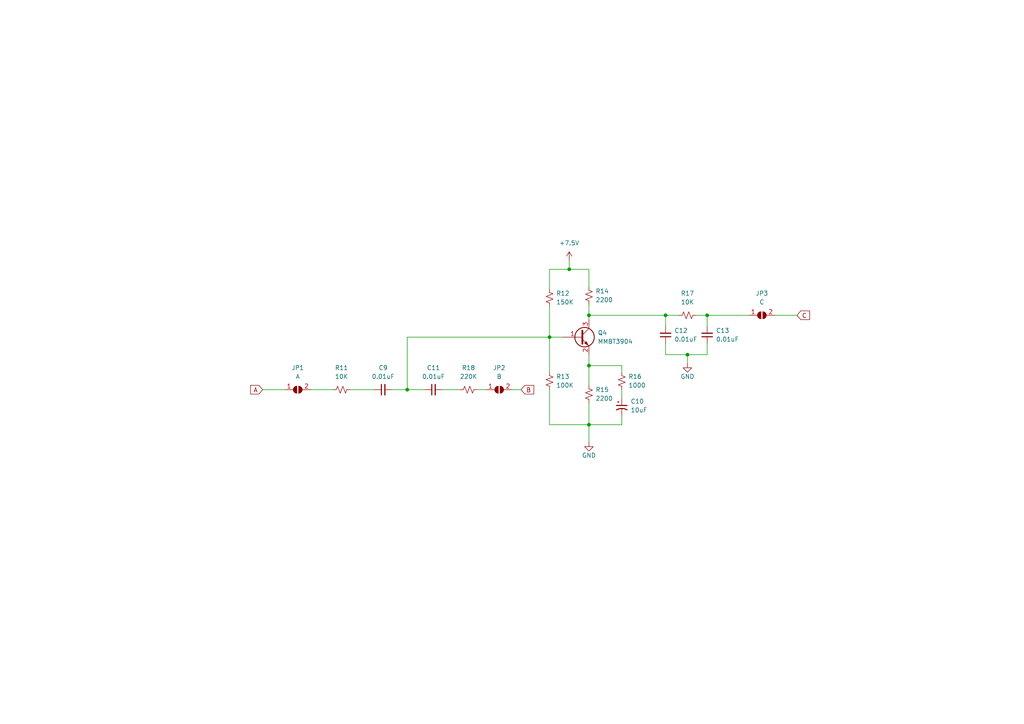
<source format=kicad_sch>
(kicad_sch (version 20211123) (generator eeschema)

  (uuid 8ceb2c64-a3ff-4f0a-bbf6-1c513d79d328)

  (paper "A4")

  (lib_symbols
    (symbol "Device:C_Polarized_Small_US" (pin_numbers hide) (pin_names (offset 0.254) hide) (in_bom yes) (on_board yes)
      (property "Reference" "C" (id 0) (at 0.254 1.778 0)
        (effects (font (size 1.27 1.27)) (justify left))
      )
      (property "Value" "C_Polarized_Small_US" (id 1) (at 0.254 -2.032 0)
        (effects (font (size 1.27 1.27)) (justify left))
      )
      (property "Footprint" "" (id 2) (at 0 0 0)
        (effects (font (size 1.27 1.27)) hide)
      )
      (property "Datasheet" "~" (id 3) (at 0 0 0)
        (effects (font (size 1.27 1.27)) hide)
      )
      (property "ki_keywords" "cap capacitor" (id 4) (at 0 0 0)
        (effects (font (size 1.27 1.27)) hide)
      )
      (property "ki_description" "Polarized capacitor, small US symbol" (id 5) (at 0 0 0)
        (effects (font (size 1.27 1.27)) hide)
      )
      (property "ki_fp_filters" "CP_*" (id 6) (at 0 0 0)
        (effects (font (size 1.27 1.27)) hide)
      )
      (symbol "C_Polarized_Small_US_0_1"
        (polyline
          (pts
            (xy -1.524 0.508)
            (xy 1.524 0.508)
          )
          (stroke (width 0.3048) (type default) (color 0 0 0 0))
          (fill (type none))
        )
        (polyline
          (pts
            (xy -1.27 1.524)
            (xy -0.762 1.524)
          )
          (stroke (width 0) (type default) (color 0 0 0 0))
          (fill (type none))
        )
        (polyline
          (pts
            (xy -1.016 1.27)
            (xy -1.016 1.778)
          )
          (stroke (width 0) (type default) (color 0 0 0 0))
          (fill (type none))
        )
        (arc (start 1.524 -0.762) (mid 0 -0.3734) (end -1.524 -0.762)
          (stroke (width 0.3048) (type default) (color 0 0 0 0))
          (fill (type none))
        )
      )
      (symbol "C_Polarized_Small_US_1_1"
        (pin passive line (at 0 2.54 270) (length 2.032)
          (name "~" (effects (font (size 1.27 1.27))))
          (number "1" (effects (font (size 1.27 1.27))))
        )
        (pin passive line (at 0 -2.54 90) (length 2.032)
          (name "~" (effects (font (size 1.27 1.27))))
          (number "2" (effects (font (size 1.27 1.27))))
        )
      )
    )
    (symbol "Device:C_Small" (pin_numbers hide) (pin_names (offset 0.254) hide) (in_bom yes) (on_board yes)
      (property "Reference" "C" (id 0) (at 0.254 1.778 0)
        (effects (font (size 1.27 1.27)) (justify left))
      )
      (property "Value" "C_Small" (id 1) (at 0.254 -2.032 0)
        (effects (font (size 1.27 1.27)) (justify left))
      )
      (property "Footprint" "" (id 2) (at 0 0 0)
        (effects (font (size 1.27 1.27)) hide)
      )
      (property "Datasheet" "~" (id 3) (at 0 0 0)
        (effects (font (size 1.27 1.27)) hide)
      )
      (property "ki_keywords" "capacitor cap" (id 4) (at 0 0 0)
        (effects (font (size 1.27 1.27)) hide)
      )
      (property "ki_description" "Unpolarized capacitor, small symbol" (id 5) (at 0 0 0)
        (effects (font (size 1.27 1.27)) hide)
      )
      (property "ki_fp_filters" "C_*" (id 6) (at 0 0 0)
        (effects (font (size 1.27 1.27)) hide)
      )
      (symbol "C_Small_0_1"
        (polyline
          (pts
            (xy -1.524 -0.508)
            (xy 1.524 -0.508)
          )
          (stroke (width 0.3302) (type default) (color 0 0 0 0))
          (fill (type none))
        )
        (polyline
          (pts
            (xy -1.524 0.508)
            (xy 1.524 0.508)
          )
          (stroke (width 0.3048) (type default) (color 0 0 0 0))
          (fill (type none))
        )
      )
      (symbol "C_Small_1_1"
        (pin passive line (at 0 2.54 270) (length 2.032)
          (name "~" (effects (font (size 1.27 1.27))))
          (number "1" (effects (font (size 1.27 1.27))))
        )
        (pin passive line (at 0 -2.54 90) (length 2.032)
          (name "~" (effects (font (size 1.27 1.27))))
          (number "2" (effects (font (size 1.27 1.27))))
        )
      )
    )
    (symbol "Device:R_Small_US" (pin_numbers hide) (pin_names (offset 0.254) hide) (in_bom yes) (on_board yes)
      (property "Reference" "R" (id 0) (at 0.762 0.508 0)
        (effects (font (size 1.27 1.27)) (justify left))
      )
      (property "Value" "R_Small_US" (id 1) (at 0.762 -1.016 0)
        (effects (font (size 1.27 1.27)) (justify left))
      )
      (property "Footprint" "" (id 2) (at 0 0 0)
        (effects (font (size 1.27 1.27)) hide)
      )
      (property "Datasheet" "~" (id 3) (at 0 0 0)
        (effects (font (size 1.27 1.27)) hide)
      )
      (property "ki_keywords" "r resistor" (id 4) (at 0 0 0)
        (effects (font (size 1.27 1.27)) hide)
      )
      (property "ki_description" "Resistor, small US symbol" (id 5) (at 0 0 0)
        (effects (font (size 1.27 1.27)) hide)
      )
      (property "ki_fp_filters" "R_*" (id 6) (at 0 0 0)
        (effects (font (size 1.27 1.27)) hide)
      )
      (symbol "R_Small_US_1_1"
        (polyline
          (pts
            (xy 0 0)
            (xy 1.016 -0.381)
            (xy 0 -0.762)
            (xy -1.016 -1.143)
            (xy 0 -1.524)
          )
          (stroke (width 0) (type default) (color 0 0 0 0))
          (fill (type none))
        )
        (polyline
          (pts
            (xy 0 1.524)
            (xy 1.016 1.143)
            (xy 0 0.762)
            (xy -1.016 0.381)
            (xy 0 0)
          )
          (stroke (width 0) (type default) (color 0 0 0 0))
          (fill (type none))
        )
        (pin passive line (at 0 2.54 270) (length 1.016)
          (name "~" (effects (font (size 1.27 1.27))))
          (number "1" (effects (font (size 1.27 1.27))))
        )
        (pin passive line (at 0 -2.54 90) (length 1.016)
          (name "~" (effects (font (size 1.27 1.27))))
          (number "2" (effects (font (size 1.27 1.27))))
        )
      )
    )
    (symbol "Jumper:SolderJumper_2_Open" (pin_names (offset 0) hide) (in_bom yes) (on_board yes)
      (property "Reference" "JP" (id 0) (at 0 2.032 0)
        (effects (font (size 1.27 1.27)))
      )
      (property "Value" "SolderJumper_2_Open" (id 1) (at 0 -2.54 0)
        (effects (font (size 1.27 1.27)))
      )
      (property "Footprint" "" (id 2) (at 0 0 0)
        (effects (font (size 1.27 1.27)) hide)
      )
      (property "Datasheet" "~" (id 3) (at 0 0 0)
        (effects (font (size 1.27 1.27)) hide)
      )
      (property "ki_keywords" "solder jumper SPST" (id 4) (at 0 0 0)
        (effects (font (size 1.27 1.27)) hide)
      )
      (property "ki_description" "Solder Jumper, 2-pole, open" (id 5) (at 0 0 0)
        (effects (font (size 1.27 1.27)) hide)
      )
      (property "ki_fp_filters" "SolderJumper*Open*" (id 6) (at 0 0 0)
        (effects (font (size 1.27 1.27)) hide)
      )
      (symbol "SolderJumper_2_Open_0_1"
        (arc (start -0.254 1.016) (mid -1.27 0) (end -0.254 -1.016)
          (stroke (width 0) (type default) (color 0 0 0 0))
          (fill (type none))
        )
        (arc (start -0.254 1.016) (mid -1.27 0) (end -0.254 -1.016)
          (stroke (width 0) (type default) (color 0 0 0 0))
          (fill (type outline))
        )
        (polyline
          (pts
            (xy -0.254 1.016)
            (xy -0.254 -1.016)
          )
          (stroke (width 0) (type default) (color 0 0 0 0))
          (fill (type none))
        )
        (polyline
          (pts
            (xy 0.254 1.016)
            (xy 0.254 -1.016)
          )
          (stroke (width 0) (type default) (color 0 0 0 0))
          (fill (type none))
        )
        (arc (start 0.254 -1.016) (mid 1.27 0) (end 0.254 1.016)
          (stroke (width 0) (type default) (color 0 0 0 0))
          (fill (type none))
        )
        (arc (start 0.254 -1.016) (mid 1.27 0) (end 0.254 1.016)
          (stroke (width 0) (type default) (color 0 0 0 0))
          (fill (type outline))
        )
      )
      (symbol "SolderJumper_2_Open_1_1"
        (pin passive line (at -3.81 0 0) (length 2.54)
          (name "A" (effects (font (size 1.27 1.27))))
          (number "1" (effects (font (size 1.27 1.27))))
        )
        (pin passive line (at 3.81 0 180) (length 2.54)
          (name "B" (effects (font (size 1.27 1.27))))
          (number "2" (effects (font (size 1.27 1.27))))
        )
      )
    )
    (symbol "Transistor_BJT:MMBT3904" (pin_names (offset 0) hide) (in_bom yes) (on_board yes)
      (property "Reference" "Q" (id 0) (at 5.08 1.905 0)
        (effects (font (size 1.27 1.27)) (justify left))
      )
      (property "Value" "MMBT3904" (id 1) (at 5.08 0 0)
        (effects (font (size 1.27 1.27)) (justify left))
      )
      (property "Footprint" "Package_TO_SOT_SMD:SOT-23" (id 2) (at 5.08 -1.905 0)
        (effects (font (size 1.27 1.27) italic) (justify left) hide)
      )
      (property "Datasheet" "https://www.onsemi.com/pub/Collateral/2N3903-D.PDF" (id 3) (at 0 0 0)
        (effects (font (size 1.27 1.27)) (justify left) hide)
      )
      (property "ki_keywords" "NPN Transistor" (id 4) (at 0 0 0)
        (effects (font (size 1.27 1.27)) hide)
      )
      (property "ki_description" "0.2A Ic, 40V Vce, Small Signal NPN Transistor, SOT-23" (id 5) (at 0 0 0)
        (effects (font (size 1.27 1.27)) hide)
      )
      (property "ki_fp_filters" "SOT?23*" (id 6) (at 0 0 0)
        (effects (font (size 1.27 1.27)) hide)
      )
      (symbol "MMBT3904_0_1"
        (polyline
          (pts
            (xy 0.635 0.635)
            (xy 2.54 2.54)
          )
          (stroke (width 0) (type default) (color 0 0 0 0))
          (fill (type none))
        )
        (polyline
          (pts
            (xy 0.635 -0.635)
            (xy 2.54 -2.54)
            (xy 2.54 -2.54)
          )
          (stroke (width 0) (type default) (color 0 0 0 0))
          (fill (type none))
        )
        (polyline
          (pts
            (xy 0.635 1.905)
            (xy 0.635 -1.905)
            (xy 0.635 -1.905)
          )
          (stroke (width 0.508) (type default) (color 0 0 0 0))
          (fill (type none))
        )
        (polyline
          (pts
            (xy 1.27 -1.778)
            (xy 1.778 -1.27)
            (xy 2.286 -2.286)
            (xy 1.27 -1.778)
            (xy 1.27 -1.778)
          )
          (stroke (width 0) (type default) (color 0 0 0 0))
          (fill (type outline))
        )
        (circle (center 1.27 0) (radius 2.8194)
          (stroke (width 0.254) (type default) (color 0 0 0 0))
          (fill (type none))
        )
      )
      (symbol "MMBT3904_1_1"
        (pin input line (at -5.08 0 0) (length 5.715)
          (name "B" (effects (font (size 1.27 1.27))))
          (number "1" (effects (font (size 1.27 1.27))))
        )
        (pin passive line (at 2.54 -5.08 90) (length 2.54)
          (name "E" (effects (font (size 1.27 1.27))))
          (number "2" (effects (font (size 1.27 1.27))))
        )
        (pin passive line (at 2.54 5.08 270) (length 2.54)
          (name "C" (effects (font (size 1.27 1.27))))
          (number "3" (effects (font (size 1.27 1.27))))
        )
      )
    )
    (symbol "power:+7.5V" (power) (pin_names (offset 0)) (in_bom yes) (on_board yes)
      (property "Reference" "#PWR" (id 0) (at 0 -3.81 0)
        (effects (font (size 1.27 1.27)) hide)
      )
      (property "Value" "+7.5V" (id 1) (at 0 3.556 0)
        (effects (font (size 1.27 1.27)))
      )
      (property "Footprint" "" (id 2) (at 0 0 0)
        (effects (font (size 1.27 1.27)) hide)
      )
      (property "Datasheet" "" (id 3) (at 0 0 0)
        (effects (font (size 1.27 1.27)) hide)
      )
      (property "ki_keywords" "power-flag" (id 4) (at 0 0 0)
        (effects (font (size 1.27 1.27)) hide)
      )
      (property "ki_description" "Power symbol creates a global label with name \"+7.5V\"" (id 5) (at 0 0 0)
        (effects (font (size 1.27 1.27)) hide)
      )
      (symbol "+7.5V_0_1"
        (polyline
          (pts
            (xy -0.762 1.27)
            (xy 0 2.54)
          )
          (stroke (width 0) (type default) (color 0 0 0 0))
          (fill (type none))
        )
        (polyline
          (pts
            (xy 0 0)
            (xy 0 2.54)
          )
          (stroke (width 0) (type default) (color 0 0 0 0))
          (fill (type none))
        )
        (polyline
          (pts
            (xy 0 2.54)
            (xy 0.762 1.27)
          )
          (stroke (width 0) (type default) (color 0 0 0 0))
          (fill (type none))
        )
      )
      (symbol "+7.5V_1_1"
        (pin power_in line (at 0 0 90) (length 0) hide
          (name "+7.5V" (effects (font (size 1.27 1.27))))
          (number "1" (effects (font (size 1.27 1.27))))
        )
      )
    )
    (symbol "power:GND" (power) (pin_names (offset 0)) (in_bom yes) (on_board yes)
      (property "Reference" "#PWR" (id 0) (at 0 -6.35 0)
        (effects (font (size 1.27 1.27)) hide)
      )
      (property "Value" "GND" (id 1) (at 0 -3.81 0)
        (effects (font (size 1.27 1.27)))
      )
      (property "Footprint" "" (id 2) (at 0 0 0)
        (effects (font (size 1.27 1.27)) hide)
      )
      (property "Datasheet" "" (id 3) (at 0 0 0)
        (effects (font (size 1.27 1.27)) hide)
      )
      (property "ki_keywords" "power-flag" (id 4) (at 0 0 0)
        (effects (font (size 1.27 1.27)) hide)
      )
      (property "ki_description" "Power symbol creates a global label with name \"GND\" , ground" (id 5) (at 0 0 0)
        (effects (font (size 1.27 1.27)) hide)
      )
      (symbol "GND_0_1"
        (polyline
          (pts
            (xy 0 0)
            (xy 0 -1.27)
            (xy 1.27 -1.27)
            (xy 0 -2.54)
            (xy -1.27 -1.27)
            (xy 0 -1.27)
          )
          (stroke (width 0) (type default) (color 0 0 0 0))
          (fill (type none))
        )
      )
      (symbol "GND_1_1"
        (pin power_in line (at 0 0 270) (length 0) hide
          (name "GND" (effects (font (size 1.27 1.27))))
          (number "1" (effects (font (size 1.27 1.27))))
        )
      )
    )
  )

  (junction (at 199.39 102.87) (diameter 0) (color 0 0 0 0)
    (uuid 12690c33-2f65-450e-b920-1d474bbf916b)
  )
  (junction (at 205.105 91.44) (diameter 0) (color 0 0 0 0)
    (uuid 15debe8c-d0de-486a-b86b-143a8a83d7d9)
  )
  (junction (at 165.1 78.105) (diameter 0) (color 0 0 0 0)
    (uuid 1b1ad5f3-2393-4cbe-b0de-1144bc4924cb)
  )
  (junction (at 170.815 123.19) (diameter 0) (color 0 0 0 0)
    (uuid 43c3753b-2bd0-46b5-a291-1fc0aa81c43a)
  )
  (junction (at 118.11 113.03) (diameter 0) (color 0 0 0 0)
    (uuid 4b17140c-220d-4cdc-8bfa-735f0791aa32)
  )
  (junction (at 193.04 91.44) (diameter 0) (color 0 0 0 0)
    (uuid 7261b05c-1ae2-4984-af11-f5b664b8d258)
  )
  (junction (at 170.815 106.045) (diameter 0) (color 0 0 0 0)
    (uuid 9cf88782-f865-4133-ab17-91397b262759)
  )
  (junction (at 170.815 91.44) (diameter 0) (color 0 0 0 0)
    (uuid 9db2f0a9-6894-42c5-b496-3b8809e3698a)
  )
  (junction (at 159.385 97.79) (diameter 0) (color 0 0 0 0)
    (uuid a62c4d0d-7a38-4c2f-b80a-26f99c5b6b84)
  )

  (wire (pts (xy 205.105 91.44) (xy 217.17 91.44))
    (stroke (width 0) (type default) (color 0 0 0 0))
    (uuid 006d27b0-73d5-4205-a019-b48bbd714cd1)
  )
  (wire (pts (xy 128.27 113.03) (xy 133.35 113.03))
    (stroke (width 0) (type default) (color 0 0 0 0))
    (uuid 146801bf-0984-4284-864e-8dd075c86ea8)
  )
  (wire (pts (xy 113.665 113.03) (xy 118.11 113.03))
    (stroke (width 0) (type default) (color 0 0 0 0))
    (uuid 16df952c-57ff-4ffc-8319-12c20c1c2488)
  )
  (wire (pts (xy 180.34 120.65) (xy 180.34 123.19))
    (stroke (width 0) (type default) (color 0 0 0 0))
    (uuid 238f44de-8cf8-43fe-b16c-2cdc14bd19dd)
  )
  (wire (pts (xy 118.11 113.03) (xy 123.19 113.03))
    (stroke (width 0) (type default) (color 0 0 0 0))
    (uuid 268158f9-15a4-46e6-a5c1-5301caffbf30)
  )
  (wire (pts (xy 170.815 106.045) (xy 180.34 106.045))
    (stroke (width 0) (type default) (color 0 0 0 0))
    (uuid 2fecf7ce-991a-43b6-b7f3-60cf54b2928e)
  )
  (wire (pts (xy 201.93 91.44) (xy 205.105 91.44))
    (stroke (width 0) (type default) (color 0 0 0 0))
    (uuid 335d223f-8311-4d4f-949d-b8eb94b17678)
  )
  (wire (pts (xy 170.815 123.19) (xy 170.815 116.84))
    (stroke (width 0) (type default) (color 0 0 0 0))
    (uuid 349d60e0-1542-4a2f-9ced-36d8b24e7118)
  )
  (wire (pts (xy 180.34 113.03) (xy 180.34 115.57))
    (stroke (width 0) (type default) (color 0 0 0 0))
    (uuid 43669a54-2d6e-4288-8b7e-02028455aeda)
  )
  (wire (pts (xy 205.105 91.44) (xy 205.105 94.615))
    (stroke (width 0) (type default) (color 0 0 0 0))
    (uuid 453730fe-2e57-4374-803d-f12d7080f05b)
  )
  (wire (pts (xy 159.385 123.19) (xy 170.815 123.19))
    (stroke (width 0) (type default) (color 0 0 0 0))
    (uuid 45eb53c6-dd62-42c6-86e6-245bc47879aa)
  )
  (wire (pts (xy 193.04 99.695) (xy 193.04 102.87))
    (stroke (width 0) (type default) (color 0 0 0 0))
    (uuid 488252ca-7789-462a-9e8a-0c8448677234)
  )
  (wire (pts (xy 159.385 113.03) (xy 159.385 123.19))
    (stroke (width 0) (type default) (color 0 0 0 0))
    (uuid 4c50c00b-a6c8-4860-9d3c-a6827642dfa4)
  )
  (wire (pts (xy 159.385 107.95) (xy 159.385 97.79))
    (stroke (width 0) (type default) (color 0 0 0 0))
    (uuid 4d5cfb41-3c64-4e51-acf5-2f2b3599988f)
  )
  (wire (pts (xy 180.34 106.045) (xy 180.34 107.95))
    (stroke (width 0) (type default) (color 0 0 0 0))
    (uuid 562ddf50-c774-422b-b324-dc0746a8b4a7)
  )
  (wire (pts (xy 199.39 102.87) (xy 205.105 102.87))
    (stroke (width 0) (type default) (color 0 0 0 0))
    (uuid 56ed7b72-4ad4-4f60-b057-1a946cf0b70f)
  )
  (wire (pts (xy 138.43 113.03) (xy 140.97 113.03))
    (stroke (width 0) (type default) (color 0 0 0 0))
    (uuid 57fcd479-4ebb-49fb-81c9-af7e89ce1207)
  )
  (wire (pts (xy 205.105 102.87) (xy 205.105 99.695))
    (stroke (width 0) (type default) (color 0 0 0 0))
    (uuid 59d2500c-4ee2-4689-b8fc-b2994b090f42)
  )
  (wire (pts (xy 224.79 91.44) (xy 231.14 91.44))
    (stroke (width 0) (type default) (color 0 0 0 0))
    (uuid 5a81972a-bce5-42d5-b2a1-7c4894bf87fa)
  )
  (wire (pts (xy 170.815 91.44) (xy 170.815 92.71))
    (stroke (width 0) (type default) (color 0 0 0 0))
    (uuid 5e21bae1-f098-4011-8f3f-6d0622f2f7eb)
  )
  (wire (pts (xy 159.385 97.79) (xy 163.195 97.79))
    (stroke (width 0) (type default) (color 0 0 0 0))
    (uuid 6016a193-ee7f-4c42-9bd4-9e4a415f11b3)
  )
  (wire (pts (xy 90.17 113.03) (xy 96.52 113.03))
    (stroke (width 0) (type default) (color 0 0 0 0))
    (uuid 61005567-cb57-4d72-8375-cc66dc6923bb)
  )
  (wire (pts (xy 170.815 83.185) (xy 170.815 78.105))
    (stroke (width 0) (type default) (color 0 0 0 0))
    (uuid 6276c9c6-0110-4ef0-9e93-021db6e9a3de)
  )
  (wire (pts (xy 170.815 88.265) (xy 170.815 91.44))
    (stroke (width 0) (type default) (color 0 0 0 0))
    (uuid 6b5d641b-cfd6-49de-b7f7-80813a387679)
  )
  (wire (pts (xy 199.39 102.87) (xy 199.39 105.41))
    (stroke (width 0) (type default) (color 0 0 0 0))
    (uuid 6e1b65be-70e4-47bd-bde5-3624c4b1c621)
  )
  (wire (pts (xy 170.815 78.105) (xy 165.1 78.105))
    (stroke (width 0) (type default) (color 0 0 0 0))
    (uuid 6fd72edd-a124-4c58-ab81-9a5e74dec7fd)
  )
  (wire (pts (xy 148.59 113.03) (xy 151.13 113.03))
    (stroke (width 0) (type default) (color 0 0 0 0))
    (uuid 7600d305-f698-489c-868c-30b1905fbaf6)
  )
  (wire (pts (xy 170.815 91.44) (xy 193.04 91.44))
    (stroke (width 0) (type default) (color 0 0 0 0))
    (uuid 7a6c1e9a-9fcb-4c59-98ef-7c2cf02772ef)
  )
  (wire (pts (xy 193.04 102.87) (xy 199.39 102.87))
    (stroke (width 0) (type default) (color 0 0 0 0))
    (uuid 7a90b670-b520-460f-a1db-888083f852a2)
  )
  (wire (pts (xy 159.385 88.9) (xy 159.385 97.79))
    (stroke (width 0) (type default) (color 0 0 0 0))
    (uuid 83a99db1-6cb5-4107-86ac-452ca90145d6)
  )
  (wire (pts (xy 76.2 113.03) (xy 82.55 113.03))
    (stroke (width 0) (type default) (color 0 0 0 0))
    (uuid 9cbca576-3a11-455b-816d-a5b3dab7ec15)
  )
  (wire (pts (xy 170.815 111.76) (xy 170.815 106.045))
    (stroke (width 0) (type default) (color 0 0 0 0))
    (uuid a79565f8-c9d9-40ba-b92c-283ff80570f7)
  )
  (wire (pts (xy 159.385 78.105) (xy 159.385 83.82))
    (stroke (width 0) (type default) (color 0 0 0 0))
    (uuid addf8fd0-9a6b-4076-970c-959b78e519ac)
  )
  (wire (pts (xy 165.1 78.105) (xy 159.385 78.105))
    (stroke (width 0) (type default) (color 0 0 0 0))
    (uuid ae25850b-6a77-4f49-8692-d6d040048583)
  )
  (wire (pts (xy 165.1 75.565) (xy 165.1 78.105))
    (stroke (width 0) (type default) (color 0 0 0 0))
    (uuid c17f9d88-3f60-4f67-9814-0a5ff6797b76)
  )
  (wire (pts (xy 118.11 97.79) (xy 159.385 97.79))
    (stroke (width 0) (type default) (color 0 0 0 0))
    (uuid c2960350-bf4f-47f8-a192-7e8f451d85f1)
  )
  (wire (pts (xy 170.815 123.19) (xy 180.34 123.19))
    (stroke (width 0) (type default) (color 0 0 0 0))
    (uuid c678208b-be2a-426a-8234-e2e3d6363b07)
  )
  (wire (pts (xy 193.04 91.44) (xy 196.85 91.44))
    (stroke (width 0) (type default) (color 0 0 0 0))
    (uuid d1acea30-e2ca-478d-b4e6-c37eb34442b9)
  )
  (wire (pts (xy 118.11 113.03) (xy 118.11 97.79))
    (stroke (width 0) (type default) (color 0 0 0 0))
    (uuid d2aa154d-09fc-4d97-9146-b8a8be5e434f)
  )
  (wire (pts (xy 193.04 94.615) (xy 193.04 91.44))
    (stroke (width 0) (type default) (color 0 0 0 0))
    (uuid da0aeaf6-d4b1-43c9-b533-d25778354c0d)
  )
  (wire (pts (xy 170.815 102.87) (xy 170.815 106.045))
    (stroke (width 0) (type default) (color 0 0 0 0))
    (uuid e25588de-aeff-4fdc-b6ba-8dcdf1231701)
  )
  (wire (pts (xy 101.6 113.03) (xy 108.585 113.03))
    (stroke (width 0) (type default) (color 0 0 0 0))
    (uuid e40c5db2-4ea7-4cfd-9a1d-b984ed072dcd)
  )
  (wire (pts (xy 170.815 123.19) (xy 170.815 128.27))
    (stroke (width 0) (type default) (color 0 0 0 0))
    (uuid f4b24d16-b97f-4ffc-94ae-551ef02db74b)
  )

  (global_label "A" (shape input) (at 76.2 113.03 180) (fields_autoplaced)
    (effects (font (size 1.27 1.27)) (justify right))
    (uuid 52faacbd-5c76-45ef-8bf3-ab2a06b243ad)
    (property "Intersheet References" "${INTERSHEET_REFS}" (id 0) (at 72.6983 112.9506 0)
      (effects (font (size 1.27 1.27)) (justify right) hide)
    )
  )
  (global_label "B" (shape input) (at 151.13 113.03 0) (fields_autoplaced)
    (effects (font (size 1.27 1.27)) (justify left))
    (uuid 8558fe5c-9289-4471-976e-a1818228be7c)
    (property "Intersheet References" "${INTERSHEET_REFS}" (id 0) (at 154.8131 112.9506 0)
      (effects (font (size 1.27 1.27)) (justify left) hide)
    )
  )
  (global_label "C" (shape input) (at 231.14 91.44 0) (fields_autoplaced)
    (effects (font (size 1.27 1.27)) (justify left))
    (uuid ff6166bf-32fd-4fca-a63e-df2cfd129606)
    (property "Intersheet References" "${INTERSHEET_REFS}" (id 0) (at 234.8231 91.3606 0)
      (effects (font (size 1.27 1.27)) (justify left) hide)
    )
  )

  (symbol (lib_id "Device:R_Small_US") (at 135.89 113.03 90) (unit 1)
    (in_bom yes) (on_board yes) (fields_autoplaced)
    (uuid 0af1fcbc-da00-457a-813a-6c7140d776c0)
    (property "Reference" "R18" (id 0) (at 135.89 106.68 90))
    (property "Value" "220K" (id 1) (at 135.89 109.22 90))
    (property "Footprint" "Resistor_SMD:R_0603_1608Metric" (id 2) (at 135.89 113.03 0)
      (effects (font (size 1.27 1.27)) hide)
    )
    (property "Datasheet" "https://www.mouser.com/ProductDetail/603-RC0603FR-13220KL" (id 3) (at 135.89 113.03 0)
      (effects (font (size 1.27 1.27)) hide)
    )
    (property "Spice_Netlist_Enabled" "N" (id 4) (at 135.89 113.03 0)
      (effects (font (size 1.27 1.27)) hide)
    )
    (pin "1" (uuid 5d1860d5-e7dc-4bed-bf7e-b0930b2c9cfe))
    (pin "2" (uuid a85ba8ae-1d59-4c4c-91e9-650af5b013c8))
  )

  (symbol (lib_id "Device:C_Small") (at 125.73 113.03 90) (unit 1)
    (in_bom yes) (on_board yes) (fields_autoplaced)
    (uuid 157507c8-ab04-486d-8e74-a9bbc0de5f1f)
    (property "Reference" "C11" (id 0) (at 125.7363 106.68 90))
    (property "Value" "0.01uF" (id 1) (at 125.7363 109.22 90))
    (property "Footprint" "Capacitor_SMD:C_0603_1608Metric" (id 2) (at 125.73 113.03 0)
      (effects (font (size 1.27 1.27)) hide)
    )
    (property "Datasheet" "https://www.mouser.com/ProductDetail/80-C0603C103K2REAUTO" (id 3) (at 125.73 113.03 0)
      (effects (font (size 1.27 1.27)) hide)
    )
    (property "Spice_Netlist_Enabled" "N" (id 4) (at 125.73 113.03 0)
      (effects (font (size 1.27 1.27)) hide)
    )
    (pin "1" (uuid 85b61f8d-e86f-4442-8bfc-60fa0b17427d))
    (pin "2" (uuid b7fe61cc-7ab6-4a12-8202-13d4ace48a98))
  )

  (symbol (lib_id "Device:R_Small_US") (at 199.39 91.44 90) (unit 1)
    (in_bom yes) (on_board yes) (fields_autoplaced)
    (uuid 26e10a90-b572-42eb-9077-5366910993f4)
    (property "Reference" "R17" (id 0) (at 199.39 85.09 90))
    (property "Value" "10K" (id 1) (at 199.39 87.63 90))
    (property "Footprint" "Resistor_SMD:R_0603_1608Metric" (id 2) (at 199.39 91.44 0)
      (effects (font (size 1.27 1.27)) hide)
    )
    (property "Datasheet" "https://www.mouser.com/ProductDetail/603-RC0603FR-0710KL" (id 3) (at 199.39 91.44 0)
      (effects (font (size 1.27 1.27)) hide)
    )
    (property "Spice_Netlist_Enabled" "N" (id 4) (at 199.39 91.44 0)
      (effects (font (size 1.27 1.27)) hide)
    )
    (pin "1" (uuid 2b892b37-9797-4c64-a4ba-2fc579eb9644))
    (pin "2" (uuid 9c048e0b-77ba-4160-8cfc-b4f6a467bd22))
  )

  (symbol (lib_id "Device:R_Small_US") (at 180.34 110.49 180) (unit 1)
    (in_bom yes) (on_board yes) (fields_autoplaced)
    (uuid 3b26c70e-e57a-4154-a99a-8fc88605548b)
    (property "Reference" "R16" (id 0) (at 182.245 109.2199 0)
      (effects (font (size 1.27 1.27)) (justify right))
    )
    (property "Value" "1000" (id 1) (at 182.245 111.7599 0)
      (effects (font (size 1.27 1.27)) (justify right))
    )
    (property "Footprint" "Resistor_SMD:R_0603_1608Metric" (id 2) (at 180.34 110.49 0)
      (effects (font (size 1.27 1.27)) hide)
    )
    (property "Datasheet" "https://www.mouser.com/ProductDetail/603-RC0603FR-071KP" (id 3) (at 180.34 110.49 0)
      (effects (font (size 1.27 1.27)) hide)
    )
    (property "Spice_Netlist_Enabled" "N" (id 4) (at 180.34 110.49 0)
      (effects (font (size 1.27 1.27)) hide)
    )
    (pin "1" (uuid d39e3e60-5f34-43c6-8eb3-3ae494d11544))
    (pin "2" (uuid c644d481-3e6e-41d3-8c99-6f7edf7acc1a))
  )

  (symbol (lib_id "Jumper:SolderJumper_2_Open") (at 86.36 113.03 0) (unit 1)
    (in_bom yes) (on_board yes) (fields_autoplaced)
    (uuid 4f5a6be6-9c88-416c-a844-1582af051965)
    (property "Reference" "JP1" (id 0) (at 86.36 106.68 0))
    (property "Value" "A" (id 1) (at 86.36 109.22 0))
    (property "Footprint" "Jumper:SolderJumper-2_P1.3mm_Open_RoundedPad1.0x1.5mm" (id 2) (at 86.36 113.03 0)
      (effects (font (size 1.27 1.27)) hide)
    )
    (property "Datasheet" "~" (id 3) (at 86.36 113.03 0)
      (effects (font (size 1.27 1.27)) hide)
    )
    (property "Spice_Netlist_Enabled" "N" (id 4) (at 86.36 113.03 0)
      (effects (font (size 1.27 1.27)) hide)
    )
    (pin "1" (uuid 0e819433-ce7e-4ab5-bf30-1aa402b04079))
    (pin "2" (uuid 915b2e31-7a75-4c91-b2bd-8519b6c51af5))
  )

  (symbol (lib_id "Device:C_Small") (at 205.105 97.155 180) (unit 1)
    (in_bom yes) (on_board yes)
    (uuid 54a1350d-a3aa-4fde-97a6-663ecdf6317e)
    (property "Reference" "C13" (id 0) (at 207.645 95.885 0)
      (effects (font (size 1.27 1.27)) (justify right))
    )
    (property "Value" "0.01uF" (id 1) (at 207.645 98.4185 0)
      (effects (font (size 1.27 1.27)) (justify right))
    )
    (property "Footprint" "Capacitor_SMD:C_0603_1608Metric" (id 2) (at 205.105 97.155 0)
      (effects (font (size 1.27 1.27)) hide)
    )
    (property "Datasheet" "https://www.mouser.com/ProductDetail/80-C0603C103K2REAUTO" (id 3) (at 205.105 97.155 0)
      (effects (font (size 1.27 1.27)) hide)
    )
    (property "Spice_Netlist_Enabled" "N" (id 4) (at 205.105 97.155 0)
      (effects (font (size 1.27 1.27)) hide)
    )
    (pin "1" (uuid a38b70d2-4b86-4f29-8275-cd5ea25aed88))
    (pin "2" (uuid be8abc60-54ca-4299-b403-42d66ad92a56))
  )

  (symbol (lib_id "Transistor_BJT:MMBT3904") (at 168.275 97.79 0) (unit 1)
    (in_bom yes) (on_board yes) (fields_autoplaced)
    (uuid 75d74b8f-8d7a-45f3-a1c7-459ba5560ac5)
    (property "Reference" "Q4" (id 0) (at 173.355 96.5199 0)
      (effects (font (size 1.27 1.27)) (justify left))
    )
    (property "Value" "MMBT3904" (id 1) (at 173.355 99.0599 0)
      (effects (font (size 1.27 1.27)) (justify left))
    )
    (property "Footprint" "Package_TO_SOT_SMD:SOT-23" (id 2) (at 173.355 99.695 0)
      (effects (font (size 1.27 1.27) italic) (justify left) hide)
    )
    (property "Datasheet" "https://www.mouser.com/ProductDetail/726-MMBT3904LT1" (id 3) (at 168.275 97.79 0)
      (effects (font (size 1.27 1.27)) (justify left) hide)
    )
    (property "Spice_Netlist_Enabled" "N" (id 4) (at 168.275 97.79 0)
      (effects (font (size 1.27 1.27)) hide)
    )
    (pin "1" (uuid bb8e74c1-69fe-4078-a9c5-065baa91141d))
    (pin "2" (uuid a6d6cf39-bce9-40ad-a7ad-6c402701fed6))
    (pin "3" (uuid 0383aa65-a58c-4019-aeae-a40af60813f0))
  )

  (symbol (lib_id "Device:R_Small_US") (at 159.385 86.36 180) (unit 1)
    (in_bom yes) (on_board yes) (fields_autoplaced)
    (uuid 7ebd5cd4-c266-44c1-8805-d7d567675f4c)
    (property "Reference" "R12" (id 0) (at 161.29 85.0899 0)
      (effects (font (size 1.27 1.27)) (justify right))
    )
    (property "Value" "150K" (id 1) (at 161.29 87.6299 0)
      (effects (font (size 1.27 1.27)) (justify right))
    )
    (property "Footprint" "Resistor_SMD:R_0603_1608Metric" (id 2) (at 159.385 86.36 0)
      (effects (font (size 1.27 1.27)) hide)
    )
    (property "Datasheet" "https://www.mouser.com/ProductDetail/603-RC0603FR-13150KL" (id 3) (at 159.385 86.36 0)
      (effects (font (size 1.27 1.27)) hide)
    )
    (property "Spice_Netlist_Enabled" "N" (id 4) (at 159.385 86.36 0)
      (effects (font (size 1.27 1.27)) hide)
    )
    (pin "1" (uuid 00c4b86d-37c6-4fbf-b216-f9fc83f3b10e))
    (pin "2" (uuid f7742391-5508-483e-b7ac-d26975b33622))
  )

  (symbol (lib_id "Jumper:SolderJumper_2_Open") (at 144.78 113.03 0) (unit 1)
    (in_bom yes) (on_board yes) (fields_autoplaced)
    (uuid 8a7436d2-00cf-4cc2-b409-01ca1aacf180)
    (property "Reference" "JP2" (id 0) (at 144.78 106.68 0))
    (property "Value" "B" (id 1) (at 144.78 109.22 0))
    (property "Footprint" "Jumper:SolderJumper-2_P1.3mm_Open_RoundedPad1.0x1.5mm" (id 2) (at 144.78 113.03 0)
      (effects (font (size 1.27 1.27)) hide)
    )
    (property "Datasheet" "~" (id 3) (at 144.78 113.03 0)
      (effects (font (size 1.27 1.27)) hide)
    )
    (property "Spice_Netlist_Enabled" "N" (id 4) (at 144.78 113.03 0)
      (effects (font (size 1.27 1.27)) hide)
    )
    (pin "1" (uuid 5f8da53a-2c02-4612-a448-2d6afccdca36))
    (pin "2" (uuid 84065765-0fce-4048-8642-b260a579bd1b))
  )

  (symbol (lib_id "Device:R_Small_US") (at 170.815 85.725 180) (unit 1)
    (in_bom yes) (on_board yes) (fields_autoplaced)
    (uuid 9298e2c5-a9fa-48ae-8465-7c73eef5d7bb)
    (property "Reference" "R14" (id 0) (at 172.72 84.4549 0)
      (effects (font (size 1.27 1.27)) (justify right))
    )
    (property "Value" "2200" (id 1) (at 172.72 86.9949 0)
      (effects (font (size 1.27 1.27)) (justify right))
    )
    (property "Footprint" "Resistor_SMD:R_0603_1608Metric" (id 2) (at 170.815 85.725 0)
      (effects (font (size 1.27 1.27)) hide)
    )
    (property "Datasheet" "https://www.mouser.com/ProductDetail/603-RC0603FR-102K2L" (id 3) (at 170.815 85.725 0)
      (effects (font (size 1.27 1.27)) hide)
    )
    (property "Spice_Netlist_Enabled" "N" (id 4) (at 170.815 85.725 0)
      (effects (font (size 1.27 1.27)) hide)
    )
    (pin "1" (uuid 3d6586d7-e07f-4ecf-a3d7-41200d079a3d))
    (pin "2" (uuid d7fd8c8d-d38f-43f6-9c49-c6877df4d0cd))
  )

  (symbol (lib_id "power:GND") (at 170.815 128.27 0) (unit 1)
    (in_bom yes) (on_board yes) (fields_autoplaced)
    (uuid a2f014e5-e43c-44f6-86b6-f55504d6c205)
    (property "Reference" "#PWR0108" (id 0) (at 170.815 134.62 0)
      (effects (font (size 1.27 1.27)) hide)
    )
    (property "Value" "GND" (id 1) (at 170.815 132.08 0))
    (property "Footprint" "" (id 2) (at 170.815 128.27 0)
      (effects (font (size 1.27 1.27)) hide)
    )
    (property "Datasheet" "" (id 3) (at 170.815 128.27 0)
      (effects (font (size 1.27 1.27)) hide)
    )
    (pin "1" (uuid e09a4d4b-487c-4f21-b011-fa18a929ebe0))
  )

  (symbol (lib_id "Device:C_Small") (at 111.125 113.03 90) (unit 1)
    (in_bom yes) (on_board yes) (fields_autoplaced)
    (uuid ab074502-034c-4575-83e7-145b95e985de)
    (property "Reference" "C9" (id 0) (at 111.1313 106.68 90))
    (property "Value" "0.01uF" (id 1) (at 111.1313 109.22 90))
    (property "Footprint" "Capacitor_SMD:C_0603_1608Metric" (id 2) (at 111.125 113.03 0)
      (effects (font (size 1.27 1.27)) hide)
    )
    (property "Datasheet" "https://www.mouser.com/ProductDetail/80-C0603C103K2REAUTO" (id 3) (at 111.125 113.03 0)
      (effects (font (size 1.27 1.27)) hide)
    )
    (property "Spice_Netlist_Enabled" "N" (id 4) (at 111.125 113.03 0)
      (effects (font (size 1.27 1.27)) hide)
    )
    (pin "1" (uuid a9be5247-2348-47f0-b548-3fc54f4176b4))
    (pin "2" (uuid 74c402b8-953e-4841-b086-9ff1e46d7d68))
  )

  (symbol (lib_id "power:GND") (at 199.39 105.41 0) (unit 1)
    (in_bom yes) (on_board yes) (fields_autoplaced)
    (uuid ac5206c4-a77c-4f08-8eac-394764804aff)
    (property "Reference" "#PWR0109" (id 0) (at 199.39 111.76 0)
      (effects (font (size 1.27 1.27)) hide)
    )
    (property "Value" "GND" (id 1) (at 199.39 109.22 0))
    (property "Footprint" "" (id 2) (at 199.39 105.41 0)
      (effects (font (size 1.27 1.27)) hide)
    )
    (property "Datasheet" "" (id 3) (at 199.39 105.41 0)
      (effects (font (size 1.27 1.27)) hide)
    )
    (pin "1" (uuid 0e050e9e-8101-4f4b-aedc-422680b7b6aa))
  )

  (symbol (lib_id "Device:R_Small_US") (at 99.06 113.03 90) (unit 1)
    (in_bom yes) (on_board yes) (fields_autoplaced)
    (uuid bf2680c3-dc21-4aba-b560-c690c5ee8f65)
    (property "Reference" "R11" (id 0) (at 99.06 106.68 90))
    (property "Value" "10K" (id 1) (at 99.06 109.22 90))
    (property "Footprint" "Resistor_SMD:R_0603_1608Metric" (id 2) (at 99.06 113.03 0)
      (effects (font (size 1.27 1.27)) hide)
    )
    (property "Datasheet" "https://www.mouser.com/ProductDetail/603-RC0603FR-0710KL" (id 3) (at 99.06 113.03 0)
      (effects (font (size 1.27 1.27)) hide)
    )
    (property "Spice_Netlist_Enabled" "N" (id 4) (at 99.06 113.03 0)
      (effects (font (size 1.27 1.27)) hide)
    )
    (pin "1" (uuid f2f35941-b5e8-47ba-8b6f-28e8eb375069))
    (pin "2" (uuid fc389e28-a8c3-4917-8cb5-e5ff6c2c1f3d))
  )

  (symbol (lib_id "Jumper:SolderJumper_2_Open") (at 220.98 91.44 0) (unit 1)
    (in_bom yes) (on_board yes)
    (uuid c08d454c-3fe3-457d-9421-60cac8fe5210)
    (property "Reference" "JP3" (id 0) (at 220.98 85.09 0))
    (property "Value" "C" (id 1) (at 220.98 87.63 0))
    (property "Footprint" "Jumper:SolderJumper-2_P1.3mm_Open_RoundedPad1.0x1.5mm" (id 2) (at 220.98 91.44 0)
      (effects (font (size 1.27 1.27)) hide)
    )
    (property "Datasheet" "~" (id 3) (at 220.98 91.44 0)
      (effects (font (size 1.27 1.27)) hide)
    )
    (property "Spice_Netlist_Enabled" "N" (id 4) (at 220.98 91.44 0)
      (effects (font (size 1.27 1.27)) hide)
    )
    (pin "1" (uuid 798b1857-4418-45be-8b1f-7f4f63cd4fe4))
    (pin "2" (uuid 908b1e93-f1f2-4ec2-9649-d39c90dd15b6))
  )

  (symbol (lib_id "power:+7.5V") (at 165.1 75.565 0) (unit 1)
    (in_bom yes) (on_board yes) (fields_autoplaced)
    (uuid d3e38844-24c6-4593-b981-399f5cb5aedd)
    (property "Reference" "#PWR0107" (id 0) (at 165.1 79.375 0)
      (effects (font (size 1.27 1.27)) hide)
    )
    (property "Value" "+7.5V" (id 1) (at 165.1 70.485 0))
    (property "Footprint" "" (id 2) (at 165.1 75.565 0)
      (effects (font (size 1.27 1.27)) hide)
    )
    (property "Datasheet" "" (id 3) (at 165.1 75.565 0)
      (effects (font (size 1.27 1.27)) hide)
    )
    (pin "1" (uuid 50e6bd86-6d17-44b8-8be0-ad411aa5c073))
  )

  (symbol (lib_id "Device:R_Small_US") (at 170.815 114.3 180) (unit 1)
    (in_bom yes) (on_board yes) (fields_autoplaced)
    (uuid d9f8fb15-8a8b-49e8-ba00-86135f54e579)
    (property "Reference" "R15" (id 0) (at 172.72 113.0299 0)
      (effects (font (size 1.27 1.27)) (justify right))
    )
    (property "Value" "2200" (id 1) (at 172.72 115.5699 0)
      (effects (font (size 1.27 1.27)) (justify right))
    )
    (property "Footprint" "Resistor_SMD:R_0603_1608Metric" (id 2) (at 170.815 114.3 0)
      (effects (font (size 1.27 1.27)) hide)
    )
    (property "Datasheet" "https://www.mouser.com/ProductDetail/603-RC0603FR-102K2L" (id 3) (at 170.815 114.3 0)
      (effects (font (size 1.27 1.27)) hide)
    )
    (property "Spice_Netlist_Enabled" "N" (id 4) (at 170.815 114.3 0)
      (effects (font (size 1.27 1.27)) hide)
    )
    (pin "1" (uuid 1540ac9e-a88c-4e2e-b9e2-821f39a88e5a))
    (pin "2" (uuid 5a8af7a2-70a7-411a-8e41-fc3abf58696c))
  )

  (symbol (lib_id "Device:C_Polarized_Small_US") (at 180.34 118.11 0) (unit 1)
    (in_bom yes) (on_board yes) (fields_autoplaced)
    (uuid da164bfb-e4f7-4fc2-a8e5-8baac0c90a7e)
    (property "Reference" "C10" (id 0) (at 182.88 116.4081 0)
      (effects (font (size 1.27 1.27)) (justify left))
    )
    (property "Value" "10uF" (id 1) (at 182.88 118.9481 0)
      (effects (font (size 1.27 1.27)) (justify left))
    )
    (property "Footprint" "Capacitor_Tantalum_SMD:CP_EIA-3216-18_Kemet-A" (id 2) (at 180.34 118.11 0)
      (effects (font (size 1.27 1.27)) hide)
    )
    (property "Datasheet" "https://www.mouser.com/ProductDetail/80-T489A106K10ATA2K2" (id 3) (at 180.34 118.11 0)
      (effects (font (size 1.27 1.27)) hide)
    )
    (property "Spice_Netlist_Enabled" "N" (id 4) (at 180.34 118.11 0)
      (effects (font (size 1.27 1.27)) hide)
    )
    (pin "1" (uuid 26eceb2b-3c5c-4e61-9a17-b8339d53c6e0))
    (pin "2" (uuid 42a75bad-8642-4b7a-af69-02be5da76ceb))
  )

  (symbol (lib_id "Device:R_Small_US") (at 159.385 110.49 180) (unit 1)
    (in_bom yes) (on_board yes) (fields_autoplaced)
    (uuid f161a662-2bc3-403d-8a22-46a5079a5855)
    (property "Reference" "R13" (id 0) (at 161.29 109.2199 0)
      (effects (font (size 1.27 1.27)) (justify right))
    )
    (property "Value" "100K" (id 1) (at 161.29 111.7599 0)
      (effects (font (size 1.27 1.27)) (justify right))
    )
    (property "Footprint" "Resistor_SMD:R_0603_1608Metric" (id 2) (at 159.385 110.49 0)
      (effects (font (size 1.27 1.27)) hide)
    )
    (property "Datasheet" "https://www.mouser.com/ProductDetail/603-RC0603FR-07100KL" (id 3) (at 159.385 110.49 0)
      (effects (font (size 1.27 1.27)) hide)
    )
    (property "Spice_Netlist_Enabled" "N" (id 4) (at 159.385 110.49 0)
      (effects (font (size 1.27 1.27)) hide)
    )
    (pin "1" (uuid 2bce4dd1-d420-4bf8-86e4-43111a543f95))
    (pin "2" (uuid 525a1b7a-8523-4fe4-8bb4-78a1a483110f))
  )

  (symbol (lib_id "Device:C_Small") (at 193.04 97.155 180) (unit 1)
    (in_bom yes) (on_board yes) (fields_autoplaced)
    (uuid fc5d1762-55aa-4227-b29f-321be21d28a9)
    (property "Reference" "C12" (id 0) (at 195.58 95.8785 0)
      (effects (font (size 1.27 1.27)) (justify right))
    )
    (property "Value" "0.01uF" (id 1) (at 195.58 98.4185 0)
      (effects (font (size 1.27 1.27)) (justify right))
    )
    (property "Footprint" "Capacitor_SMD:C_0603_1608Metric" (id 2) (at 193.04 97.155 0)
      (effects (font (size 1.27 1.27)) hide)
    )
    (property "Datasheet" "https://www.mouser.com/ProductDetail/80-C0603C103K2REAUTO" (id 3) (at 193.04 97.155 0)
      (effects (font (size 1.27 1.27)) hide)
    )
    (property "Spice_Netlist_Enabled" "N" (id 4) (at 193.04 97.155 0)
      (effects (font (size 1.27 1.27)) hide)
    )
    (pin "1" (uuid 1c7002d0-d19b-4f19-903f-b84a238d3b71))
    (pin "2" (uuid 1038bd03-3197-4881-a47d-6ae6a5104c40))
  )
)

</source>
